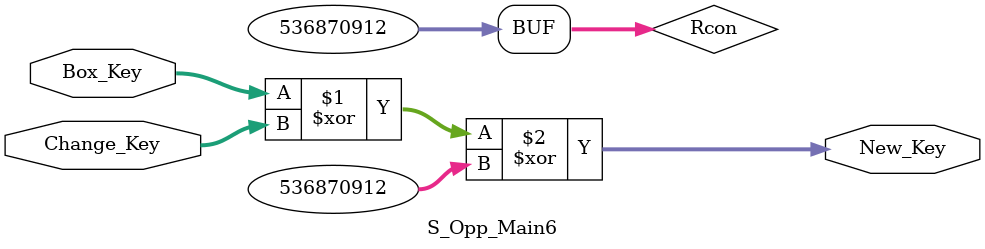
<source format=v>
module S_Opp_Main6(Box_Key,Change_Key,New_Key);
  
  input[31:0]Box_Key,Change_Key;
  
  output[31:0]New_Key;
  
  wire [31:0]Rcon;

assign Rcon=32'b0010_0000_0000_0000_0000_0000_0000_0000;

assign New_Key=Box_Key ^ Change_Key ^ Rcon;

endmodule





</source>
